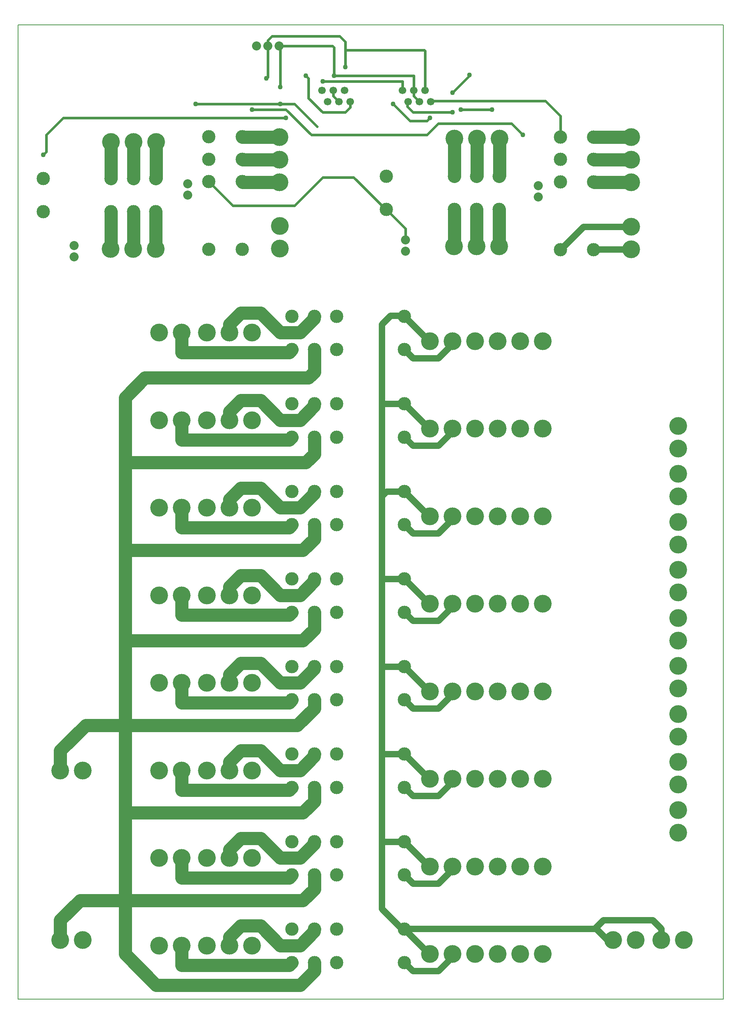
<source format=gbr>
G04 DipTrace 2.4.0.2*
%INbottom.gbr*%
%MOIN*%
%ADD11C,0.006*%
%ADD13C,0.0236*%
%ADD15C,0.0551*%
%ADD17C,0.1575*%
%ADD19C,0.1181*%
%ADD20C,0.08*%
%ADD21C,0.0669*%
%ADD28C,0.043*%
%FSLAX44Y44*%
G04*
G70*
G90*
G75*
G01*
%LNBottom*%
%LPD*%
X43942Y85758D2*
D13*
Y85692D1*
X42440Y84190D1*
Y82440D2*
X38940D1*
X38440Y82940D1*
Y83315D1*
X38507Y83382D1*
X27690Y81940D2*
X7940D1*
X6440Y80440D1*
Y78940D1*
X6190Y78690D1*
X40440Y7940D2*
D15*
X40393D1*
X38190Y10143D1*
X40440Y15690D2*
X40393D1*
X38190Y17893D1*
X40440Y23440D2*
X40393D1*
X38190Y25643D1*
X40440Y31190D2*
X40393D1*
X38190Y33393D1*
X40440Y38940D2*
X40393D1*
X38190Y41143D1*
X40440Y46690D2*
X40393D1*
X38190Y48893D1*
X40440Y54440D2*
X40393D1*
X38190Y56643D1*
X40440Y62190D2*
X40393D1*
X38190Y64393D1*
Y10143D2*
X37987D1*
X36190Y11940D1*
Y17893D1*
Y25643D1*
Y33393D1*
Y41143D1*
Y48473D1*
Y56643D1*
Y63690D1*
X36940Y64440D1*
X38143D1*
X38190Y64393D1*
Y56643D2*
X36190D1*
X38190Y48893D2*
X36610D1*
X36190Y48473D1*
X38190Y41143D2*
X36190D1*
X38190Y33393D2*
X36190D1*
X38190Y25643D2*
X36190D1*
X38190Y17893D2*
X36190D1*
X56690Y9190D2*
X56190D1*
X55190Y10190D1*
X38237D1*
X38190Y10143D1*
X60940Y9190D2*
Y10190D1*
X60190Y10940D1*
X55799D1*
X55120Y10260D1*
X55190Y10190D1*
X52001Y80266D2*
D13*
Y82129D1*
X50690Y83440D1*
X40565D1*
X40507Y83382D1*
X33381D2*
Y82881D1*
X32940Y82440D1*
X30940D1*
X29690Y83690D1*
Y85440D1*
X29440Y85690D1*
X37190Y83190D2*
X38690Y81690D1*
X40190D1*
X40440Y81940D1*
X38007Y84382D2*
Y85190D1*
X30940D1*
X38289Y71149D2*
Y72144D1*
X36590Y73843D1*
X39007Y84382D2*
Y85690D1*
X31940D1*
X39007Y84382D2*
Y83882D1*
X39507Y83382D1*
X31881Y84382D2*
Y83882D1*
X32381Y83382D1*
X27064Y88319D2*
X31811D1*
X31940Y88190D1*
Y85690D1*
X27190Y84690D2*
Y88193D1*
X27064Y88319D1*
X36590Y73843D2*
X36537D1*
X33690Y76690D1*
X30940D1*
X28440Y74190D1*
X22969D1*
X20844Y76315D1*
X40007Y84382D2*
Y87873D1*
X39940Y87940D1*
X32940D1*
Y86440D1*
X26064Y88319D2*
Y88814D1*
X26440Y89190D1*
X32440D1*
X32940Y88690D1*
Y87940D1*
X26064Y88319D2*
Y85564D1*
X25940Y85440D1*
X45940Y82690D2*
X43190D1*
X30198Y7190D2*
D19*
Y6448D1*
X28940Y5190D1*
X16190D1*
X13440Y7940D1*
Y12690D1*
Y20440D1*
Y28190D1*
Y35690D1*
Y43690D1*
Y51440D1*
Y57190D1*
X15190Y58940D1*
X29690D1*
X30198Y59448D1*
Y61440D1*
Y53690D2*
Y52198D1*
X29440Y51440D1*
X13440D1*
X30198Y45940D2*
Y44698D1*
X29190Y43690D1*
X13440D1*
X30198Y38190D2*
Y36698D1*
X29190Y35690D1*
X13440D1*
X30198Y30440D2*
Y29698D1*
X28690Y28190D1*
X13440D1*
X30198Y22690D2*
Y21448D1*
X29190Y20440D1*
X13440D1*
X30198Y14940D2*
Y13698D1*
X29190Y12690D1*
X13440D1*
X7690Y24190D2*
Y25940D1*
X9940Y28190D1*
X13440D1*
X7690Y9190D2*
Y10940D1*
X9440Y12690D1*
X13440D1*
X46566Y73843D2*
Y70613D1*
X46589Y70590D1*
X44582Y73843D2*
Y70597D1*
X44589Y70590D1*
X42598Y73843D2*
Y70599D1*
X42589Y70590D1*
X42610Y80111D2*
Y76808D1*
X42598Y76796D1*
X46610Y80111D2*
Y76840D1*
X46566Y76796D1*
X44610Y80111D2*
Y76824D1*
X44582Y76796D1*
X16160Y73649D2*
Y70374D1*
X16153Y70367D1*
X14176Y73649D2*
Y70389D1*
X14153Y70367D1*
X12191Y73649D2*
Y70405D1*
X12153Y70367D1*
X16188Y79818D2*
Y76630D1*
X16160Y76602D1*
X14188Y79818D2*
Y76614D1*
X14176Y76602D1*
X12188Y79818D2*
Y76606D1*
X12191Y76602D1*
X42440Y7940D2*
D15*
Y7690D1*
X41190Y6440D1*
X38940D1*
X38190Y7190D1*
X18440Y8690D2*
D19*
Y6940D1*
X27964D1*
X28214Y7190D1*
X22690Y8690D2*
Y9440D1*
X23690Y10440D1*
X25440D1*
X27190Y8690D1*
X28940D1*
X30190Y9940D1*
Y10135D1*
X30198Y10143D1*
X42440Y15690D2*
D15*
Y15440D1*
X41190Y14190D1*
X38940D1*
X38190Y14940D1*
X18440Y16440D2*
D19*
Y14690D1*
X27964D1*
X28214Y14940D1*
X22690Y16440D2*
Y17190D1*
X23690Y18190D1*
X25440D1*
X27190Y16440D1*
X28940D1*
X30190Y17690D1*
Y17885D1*
X30198Y17893D1*
X42440Y23440D2*
D15*
Y23190D1*
X41190Y21940D1*
X38940D1*
X38190Y22690D1*
X18440Y24190D2*
D19*
Y22440D1*
X27964D1*
X28214Y22690D1*
X22690Y24190D2*
Y24940D1*
X23690Y25940D1*
X25440D1*
X27190Y24190D1*
X28940D1*
X30190Y25440D1*
Y25635D1*
X30198Y25643D1*
X42440Y31190D2*
D15*
Y30940D1*
X41190Y29690D1*
X38940D1*
X38190Y30440D1*
X18440Y31940D2*
D19*
Y30190D1*
X27964D1*
X28214Y30440D1*
X22690Y31940D2*
Y32690D1*
X23690Y33690D1*
X25440D1*
X27190Y31940D1*
X28940D1*
X30190Y33190D1*
Y33385D1*
X30198Y33393D1*
X42440Y38940D2*
D15*
Y38690D1*
X41190Y37440D1*
X38940D1*
X38190Y38190D1*
X18440Y39690D2*
D19*
Y37940D1*
X27964D1*
X28214Y38190D1*
X22690Y39690D2*
Y40440D1*
X23690Y41440D1*
X25440D1*
X27190Y39690D1*
X28940D1*
X30190Y40940D1*
Y41135D1*
X30198Y41143D1*
X42440Y46690D2*
D15*
Y46440D1*
X41190Y45190D1*
X38940D1*
X38190Y45940D1*
X18440Y47440D2*
D19*
Y45690D1*
X27964D1*
X28214Y45940D1*
X22690Y47440D2*
Y48190D1*
X23690Y49190D1*
X25440D1*
X27190Y47440D1*
X28940D1*
X30190Y48690D1*
Y48885D1*
X30198Y48893D1*
X42440Y54440D2*
D15*
Y54190D1*
X41190Y52940D1*
X38940D1*
X38190Y53690D1*
X18440Y55190D2*
D19*
Y53440D1*
X27964D1*
X28214Y53690D1*
X22690Y55190D2*
Y55940D1*
X23690Y56940D1*
X25440D1*
X27190Y55190D1*
X28940D1*
X30190Y56440D1*
Y56635D1*
X30198Y56643D1*
X42440Y62190D2*
D15*
Y61940D1*
X41190Y60690D1*
X38940D1*
X38190Y61440D1*
X18440Y62940D2*
D19*
Y61190D1*
X27964D1*
X28214Y61440D1*
X22690Y62940D2*
Y63690D1*
X23690Y64690D1*
X25440D1*
X27190Y62940D1*
X28940D1*
X30190Y64190D1*
Y64385D1*
X30198Y64393D1*
X27127Y80256D2*
X23825D1*
X23797Y80284D1*
X27127Y78256D2*
X23840D1*
X23797Y78300D1*
X27127Y76256D2*
X23856D1*
X23797Y76315D1*
X58275Y70326D2*
D15*
X54990D1*
X54954Y70290D1*
X58275Y72326D2*
X54037D1*
X52001Y70290D1*
X58273Y80242D2*
D19*
X54978D1*
X54954Y80266D1*
X58273Y78242D2*
X54994D1*
X54954Y78282D1*
X58273Y76242D2*
X55010D1*
X54954Y76298D1*
X24690Y82690D2*
D13*
X27690D1*
X29940Y80440D1*
X40190D1*
X41190Y81440D1*
X47690D1*
X48690Y80440D1*
X19690Y83190D2*
X27190D1*
X28440D1*
X30440Y81190D1*
D28*
X43942Y85758D3*
X42440Y84190D3*
Y82440D3*
X27690Y81940D3*
X6190Y78690D3*
X29440Y85690D3*
X37190Y83190D3*
X40440Y81940D3*
X30940Y85190D3*
X31940Y85690D3*
X27190Y84690D3*
X32940Y86440D3*
X25940Y85440D3*
X45940Y82690D3*
X43190D3*
X24690D3*
X48690Y80440D3*
X19690Y83190D3*
X27190D3*
D17*
X62440Y54690D3*
Y52690D3*
X58690Y9190D3*
X56690D3*
X7690Y24190D3*
X9690D3*
X62940Y9190D3*
X60940D3*
X7690D3*
X9690D3*
D20*
X27064Y88319D3*
X26064D3*
X25064D3*
D21*
X33381Y83382D3*
X32881Y84382D3*
X32381Y83382D3*
X31881Y84382D3*
X31381Y83382D3*
X30881Y84382D3*
X40507Y83382D3*
X40007Y84382D3*
X39507Y83382D3*
X39007Y84382D3*
X38507Y83382D3*
X38007Y84382D3*
D20*
X38289Y71149D3*
Y70149D3*
D17*
X46589Y70590D3*
X44589D3*
X42589D3*
D19*
X36590Y76796D3*
Y73843D3*
X42598Y76796D3*
X44582D3*
X46566D3*
X42598Y73843D3*
X44582D3*
X46566D3*
D17*
X46610Y80111D3*
X44610D3*
X42610D3*
D20*
X8927Y70655D3*
Y69655D3*
D17*
X16153Y70367D3*
X14153D3*
X12153D3*
X16188Y79818D3*
X14188D3*
X12188D3*
D19*
X6184Y76602D3*
Y73649D3*
X12191Y76602D3*
X14176D3*
X16160D3*
X12191Y73649D3*
X14176D3*
X16160D3*
D17*
X44440Y7940D3*
X42440D3*
X40440D3*
X46440D3*
X48440D3*
X50440D3*
X18440Y8690D3*
X16440D3*
X62440Y18690D3*
Y20690D3*
D19*
X38190Y7190D3*
Y10143D3*
X32182Y7190D3*
X30198D3*
X28214D3*
X32182Y10143D3*
X30198D3*
X28214D3*
D17*
X20690Y8690D3*
X22690D3*
X24690D3*
X44440Y15690D3*
X42440D3*
X40440D3*
X46440D3*
X48440D3*
X50440D3*
X18440Y16440D3*
X16440D3*
X62440Y22940D3*
Y24940D3*
D19*
X38190Y14940D3*
Y17893D3*
X32182Y14940D3*
X30198D3*
X28214D3*
X32182Y17893D3*
X30198D3*
X28214D3*
D17*
X20690Y16440D3*
X22690D3*
X24690D3*
X44440Y23440D3*
X42440D3*
X40440D3*
X46440D3*
X48440D3*
X50440D3*
X18440Y24190D3*
X16440D3*
X62440Y27190D3*
Y29190D3*
D19*
X38190Y22690D3*
Y25643D3*
X32182Y22690D3*
X30198D3*
X28214D3*
X32182Y25643D3*
X30198D3*
X28214D3*
D17*
X20690Y24190D3*
X22690D3*
X24690D3*
X44440Y31190D3*
X42440D3*
X40440D3*
X46440D3*
X48440D3*
X50440D3*
X18440Y31940D3*
X16440D3*
X62440Y31440D3*
Y33440D3*
D19*
X38190Y30440D3*
Y33393D3*
X32182Y30440D3*
X30198D3*
X28214D3*
X32182Y33393D3*
X30198D3*
X28214D3*
D17*
X20690Y31940D3*
X22690D3*
X24690D3*
X44440Y38940D3*
X42440D3*
X40440D3*
X46440D3*
X48440D3*
X50440D3*
X18440Y39690D3*
X16440D3*
X62440Y35690D3*
Y37690D3*
D19*
X38190Y38190D3*
Y41143D3*
X32182Y38190D3*
X30198D3*
X28214D3*
X32182Y41143D3*
X30198D3*
X28214D3*
D17*
X20690Y39690D3*
X22690D3*
X24690D3*
X44440Y46690D3*
X42440D3*
X40440D3*
X46440D3*
X48440D3*
X50440D3*
X18440Y47440D3*
X16440D3*
X62440Y39940D3*
Y41940D3*
D19*
X38190Y45940D3*
Y48893D3*
X32182Y45940D3*
X30198D3*
X28214D3*
X32182Y48893D3*
X30198D3*
X28214D3*
D17*
X20690Y47440D3*
X22690D3*
X24690D3*
X44440Y54440D3*
X42440D3*
X40440D3*
X46440D3*
X48440D3*
X50440D3*
X18440Y55190D3*
X16440D3*
X62440Y44190D3*
Y46190D3*
D19*
X38190Y53690D3*
Y56643D3*
X32182Y53690D3*
X30198D3*
X28214D3*
X32182Y56643D3*
X30198D3*
X28214D3*
D17*
X20690Y55190D3*
X22690D3*
X24690D3*
X44440Y62190D3*
X42440D3*
X40440D3*
X46440D3*
X48440D3*
X50440D3*
X18440Y62940D3*
X16440D3*
X62440Y48440D3*
Y50440D3*
D19*
X38190Y61440D3*
Y64393D3*
X32182Y61440D3*
X30198D3*
X28214D3*
X32182Y64393D3*
X30198D3*
X28214D3*
D17*
X20690Y62940D3*
X22690D3*
X24690D3*
X27130Y70383D3*
Y72383D3*
D20*
X18990Y75112D3*
Y76112D3*
D17*
X27127Y80256D3*
Y78256D3*
Y76256D3*
D19*
X20844Y70307D3*
X23797D3*
X20844Y76315D3*
Y78300D3*
Y80284D3*
X23797Y76315D3*
Y78300D3*
Y80284D3*
D17*
X58275Y70326D3*
Y72326D3*
D20*
X50047Y74945D3*
Y75945D3*
D17*
X58273Y80242D3*
Y78242D3*
Y76242D3*
D19*
X52001Y70290D3*
X54954D3*
X52001Y76298D3*
Y78282D3*
Y80266D3*
X54954Y76298D3*
Y78282D3*
Y80266D3*
%LNBoardOutline*%
X3940Y3940D2*
D11*
X66440D1*
Y90190D1*
X3940D1*
Y3940D1*
M02*

</source>
